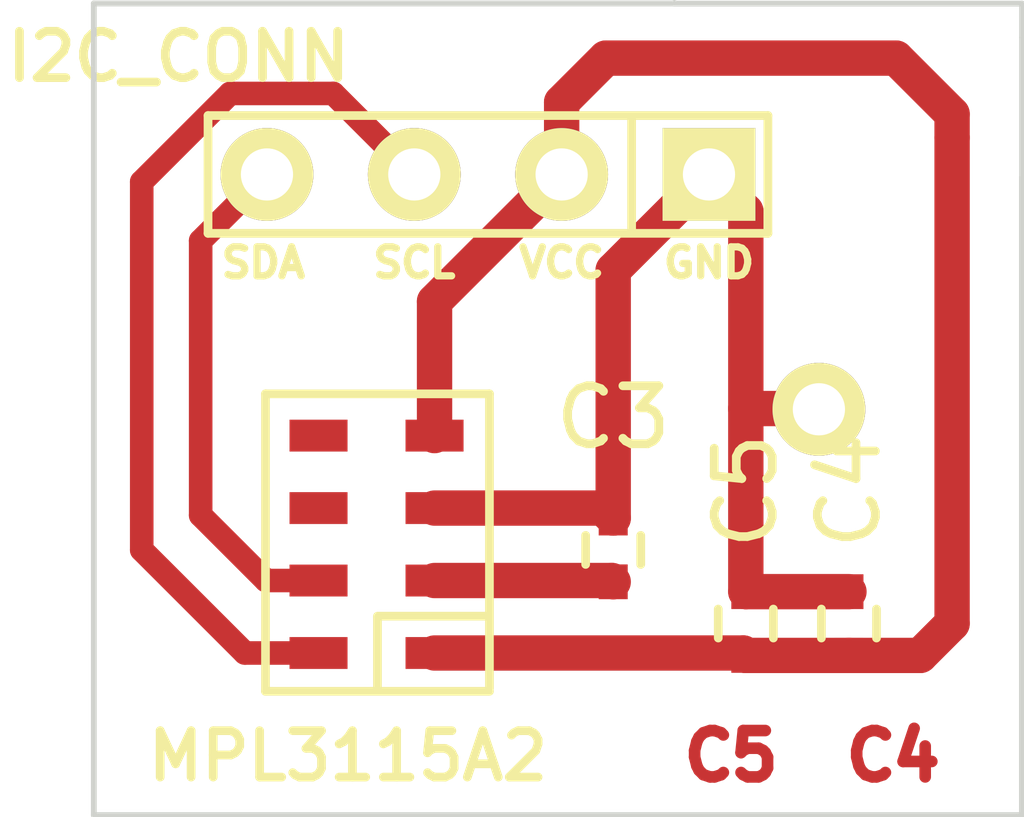
<source format=kicad_pcb>

(kicad_pcb
  (version 4)
  (host pcbnew "(2014-12-04 BZR 5312)-product")
  (general
    (links 12)
    (no_connects 0)
    (area 132.145067 97.1655 152.661115 111.494501)
    (thickness 1.6)
    (drawings 10)
    (tracks 35)
    (zones 0)
    (modules 6)
    (nets 8))
  (page A4)
  (layers
    (0 F.Cu signal)
    (31 B.Cu signal)
    (32 B.Adhes user)
    (33 F.Adhes user)
    (34 B.Paste user)
    (35 F.Paste user)
    (36 B.SilkS user)
    (37 F.SilkS user)
    (38 B.Mask user)
    (39 F.Mask user)
    (40 Dwgs.User user)
    (41 Cmts.User user)
    (42 Eco1.User user)
    (43 Eco2.User user)
    (44 Edge.Cuts user)
    (45 Margin user)
    (46 B.CrtYd user)
    (47 F.CrtYd user)
    (48 B.Fab user)
    (49 F.Fab user))
  (setup
    (last_trace_width 0.6096)
    (user_trace_width 0.4064)
    (user_trace_width 0.508)
    (user_trace_width 0.6096)
    (trace_clearance 0.254)
    (zone_clearance 0.508)
    (zone_45_only no)
    (trace_min 0.254)
    (segment_width 0.2)
    (edge_width 0.1)
    (via_size 0.889)
    (via_drill 0.635)
    (via_min_size 0.889)
    (via_min_drill 0.508)
    (uvia_size 0.508)
    (uvia_drill 0.127)
    (uvias_allowed no)
    (uvia_min_size 0.508)
    (uvia_min_drill 0.127)
    (pcb_text_width 0.3)
    (pcb_text_size 1.5 1.5)
    (mod_edge_width 0.15)
    (mod_text_size 1 1)
    (mod_text_width 0.15)
    (pad_size 1.6 1.6)
    (pad_drill 0.9)
    (pad_to_mask_clearance 0)
    (aux_axis_origin 0 0)
    (visible_elements 7FFFF77F)
    (pcbplotparams
      (layerselection 0x00030_80000001)
      (usegerberextensions false)
      (excludeedgelayer true)
      (linewidth 0.1)
      (plotframeref false)
      (viasonmask false)
      (mode 1)
      (useauxorigin false)
      (hpglpennumber 1)
      (hpglpenspeed 20)
      (hpglpendiameter 15)
      (hpglpenoverlay 2)
      (psnegative false)
      (psa4output false)
      (plotreference true)
      (plotvalue true)
      (plotinvisibletext false)
      (padsonsilk false)
      (subtractmaskfromsilk false)
      (outputformat 1)
      (mirror false)
      (drillshape 1)
      (scaleselection 1)
      (outputdirectory "")))
  (net 0 "")
  (net 1 3V3)
  (net 2 GND)
  (net 3 "Net-(C3-Pad1)")
  (net 4 "Net-(U1-Pad7)")
  (net 5 "Net-(U1-Pad8)")
  (net 6 "Net-(U1-Pad6)")
  (net 7 "Net-(U1-Pad5)")
  (net_class Default "This is the default net class."
    (clearance 0.254)
    (trace_width 0.254)
    (via_dia 0.889)
    (via_drill 0.635)
    (uvia_dia 0.508)
    (uvia_drill 0.127)
    (add_net 3V3)
    (add_net GND)
    (add_net "Net-(C3-Pad1)")
    (add_net "Net-(U1-Pad5)")
    (add_net "Net-(U1-Pad6)")
    (add_net "Net-(U1-Pad7)")
    (add_net "Net-(U1-Pad8)"))
  (module Capacitors_SMD:C_0402
    (layer F.Cu)
    (tedit 55B50F4F)
    (tstamp 55B50A72)
    (at 142.9004 106.8705 90)
    (descr "Capacitor SMD 0402, reflow soldering, AVX (see smccp.pdf)")
    (tags "capacitor 0402")
    (path /55B50086)
    (attr smd)
    (fp_text reference C3
      (at 2.286 0 180)
      (layer F.SilkS)
      (effects
        (font
          (size 1 1)
          (thickness 0.15))))
    (fp_text value 0.1uF
      (at 0 1.7 90)
      (layer F.Fab) hide
      (effects
        (font
          (size 1 1)
          (thickness 0.15))))
    (fp_line
      (start -1.15 -0.6)
      (end 1.15 -0.6)
      (layer F.CrtYd)
      (width 0.05))
    (fp_line
      (start -1.15 0.6)
      (end 1.15 0.6)
      (layer F.CrtYd)
      (width 0.05))
    (fp_line
      (start -1.15 -0.6)
      (end -1.15 0.6)
      (layer F.CrtYd)
      (width 0.05))
    (fp_line
      (start 1.15 -0.6)
      (end 1.15 0.6)
      (layer F.CrtYd)
      (width 0.05))
    (fp_line
      (start 0.25 -0.475)
      (end -0.25 -0.475)
      (layer F.SilkS)
      (width 0.15))
    (fp_line
      (start -0.25 0.475)
      (end 0.25 0.475)
      (layer F.SilkS)
      (width 0.15))
    (pad 1 smd rect
      (at -0.55 0 90)
      (size 0.6 0.5)
      (layers F.Cu F.Paste F.Mask)
      (net 3 "Net-(C3-Pad1)"))
    (pad 2 smd rect
      (at 0.55 0 90)
      (size 0.6 0.5)
      (layers F.Cu F.Paste F.Mask)
      (net 2 GND))
    (model Capacitors_SMD.3dshapes/C_0402.wrl
      (at
        (xyz 0 0 0))
      (scale
        (xyz 1 1 1))
      (rotate
        (xyz 0 0 0))))
  (module Capacitors_SMD:C_0402
    (layer F.Cu)
    (tedit 55B50BCB)
    (tstamp 55B50A78)
    (at 146.9644 108.1405 90)
    (descr "Capacitor SMD 0402, reflow soldering, AVX (see smccp.pdf)")
    (tags "capacitor 0402")
    (path /55B50107)
    (attr smd)
    (fp_text reference C4
      (at 2.286 0 90)
      (layer F.SilkS)
      (effects
        (font
          (size 1 1)
          (thickness 0.15))))
    (fp_text value 10uF
      (at 0 1.7 90)
      (layer F.Fab) hide
      (effects
        (font
          (size 1 1)
          (thickness 0.15))))
    (fp_line
      (start -1.15 -0.6)
      (end 1.15 -0.6)
      (layer F.CrtYd)
      (width 0.05))
    (fp_line
      (start -1.15 0.6)
      (end 1.15 0.6)
      (layer F.CrtYd)
      (width 0.05))
    (fp_line
      (start -1.15 -0.6)
      (end -1.15 0.6)
      (layer F.CrtYd)
      (width 0.05))
    (fp_line
      (start 1.15 -0.6)
      (end 1.15 0.6)
      (layer F.CrtYd)
      (width 0.05))
    (fp_line
      (start 0.25 -0.475)
      (end -0.25 -0.475)
      (layer F.SilkS)
      (width 0.15))
    (fp_line
      (start -0.25 0.475)
      (end 0.25 0.475)
      (layer F.SilkS)
      (width 0.15))
    (pad 1 smd rect
      (at -0.55 0 90)
      (size 0.6 0.5)
      (layers F.Cu F.Paste F.Mask)
      (net 1 3V3))
    (pad 2 smd rect
      (at 0.55 0 90)
      (size 0.6 0.5)
      (layers F.Cu F.Paste F.Mask)
      (net 2 GND))
    (model Capacitors_SMD.3dshapes/C_0402.wrl
      (at
        (xyz 0 0 0))
      (scale
        (xyz 1 1 1))
      (rotate
        (xyz 0 0 0))))
  (module Capacitors_SMD:C_0402
    (layer F.Cu)
    (tedit 55B50BA7)
    (tstamp 55B50A7E)
    (at 145.1864 108.1405 90)
    (descr "Capacitor SMD 0402, reflow soldering, AVX (see smccp.pdf)")
    (tags "capacitor 0402")
    (path /55B50120)
    (attr smd)
    (fp_text reference C5
      (at 2.286 0 90)
      (layer F.SilkS)
      (effects
        (font
          (size 1 1)
          (thickness 0.15))))
    (fp_text value 0.1uF
      (at 0 1.7 90)
      (layer F.Fab) hide
      (effects
        (font
          (size 1 1)
          (thickness 0.15))))
    (fp_line
      (start -1.15 -0.6)
      (end 1.15 -0.6)
      (layer F.CrtYd)
      (width 0.05))
    (fp_line
      (start -1.15 0.6)
      (end 1.15 0.6)
      (layer F.CrtYd)
      (width 0.05))
    (fp_line
      (start -1.15 -0.6)
      (end -1.15 0.6)
      (layer F.CrtYd)
      (width 0.05))
    (fp_line
      (start 1.15 -0.6)
      (end 1.15 0.6)
      (layer F.CrtYd)
      (width 0.05))
    (fp_line
      (start 0.25 -0.475)
      (end -0.25 -0.475)
      (layer F.SilkS)
      (width 0.15))
    (fp_line
      (start -0.25 0.475)
      (end 0.25 0.475)
      (layer F.SilkS)
      (width 0.15))
    (pad 1 smd rect
      (at -0.55 0 90)
      (size 0.6 0.5)
      (layers F.Cu F.Paste F.Mask)
      (net 1 3V3))
    (pad 2 smd rect
      (at 0.55 0 90)
      (size 0.6 0.5)
      (layers F.Cu F.Paste F.Mask)
      (net 2 GND))
    (model Capacitors_SMD.3dshapes/C_0402.wrl
      (at
        (xyz 0 0 0))
      (scale
        (xyz 1 1 1))
      (rotate
        (xyz 0 0 0))))
  (module custom:I2C_CONN
    (layer F.Cu)
    (tedit 55B515CD)
    (tstamp 55B50A86)
    (at 142.0114 100.3935)
    (path /55B506EC)
    (fp_text reference conn1
      (at -1.143 2.9845)
      (layer F.SilkS) hide
      (effects
        (font
          (size 0.8 0.8)
          (thickness 0.15))))
    (fp_text value I2C_CONN
      (at -6.604 -2.032)
      (layer F.SilkS)
      (effects
        (font
          (size 0.8 0.8)
          (thickness 0.15))))
    (fp_text user GND
      (at 2.54 1.524)
      (layer F.SilkS)
      (effects
        (font
          (size 0.5 0.5)
          (thickness 0.125))))
    (fp_text user VCC
      (at 0 1.524)
      (layer F.SilkS)
      (effects
        (font
          (size 0.5 0.5)
          (thickness 0.125))))
    (fp_text user SCL
      (at -2.54 1.524)
      (layer F.SilkS)
      (effects
        (font
          (size 0.5 0.5)
          (thickness 0.125))))
    (fp_text user SDA
      (at -5.1435 1.524)
      (layer F.SilkS)
      (effects
        (font
          (size 0.5 0.5)
          (thickness 0.125))))
    (fp_line
      (start 1.2065 -0.9525)
      (end 1.2065 0.9525)
      (layer F.SilkS)
      (width 0.15))
    (fp_line
      (start 3.556 -1.016)
      (end 3.556 1.016)
      (layer F.SilkS)
      (width 0.15))
    (fp_line
      (start 3.556 1.016)
      (end -6.096 1.016)
      (layer F.SilkS)
      (width 0.15))
    (fp_line
      (start -6.096 1.016)
      (end -6.096 -1.016)
      (layer F.SilkS)
      (width 0.15))
    (fp_line
      (start -6.096 -1.016)
      (end 3.556 -1.016)
      (layer F.SilkS)
      (width 0.15))
    (pad 1 thru_hole circle
      (at -5.08 0)
      (size 1.6 1.6)
      (drill 0.9)
      (layers *.Cu *.Mask F.SilkS)
      (net 4 "Net-(U1-Pad7)"))
    (pad 2 thru_hole circle
      (at -2.54 0)
      (size 1.6 1.6)
      (drill 0.9)
      (layers *.Cu *.Mask F.SilkS)
      (net 5 "Net-(U1-Pad8)"))
    (pad 3 thru_hole circle
      (at 0 0)
      (size 1.6 1.6)
      (drill 0.9)
      (layers *.Cu *.Mask F.SilkS)
      (net 1 3V3))
    (pad 4 thru_hole rect
      (at 2.54 0)
      (size 1.6 1.6)
      (drill 0.9)
      (layers *.Cu *.Mask F.SilkS)
      (net 2 GND)))
  (module custom:MPL3115A2
    (layer F.Cu)
    (tedit 55B50F37)
    (tstamp 55B50AA1)
    (at 137.8204 108.6485 180)
    (path /55B4FCED)
    (fp_text reference U1
      (at -1.0668 6.0452 180)
      (layer F.SilkS) hide
      (effects
        (font
          (size 0.8 0.8)
          (thickness 0.15))))
    (fp_text value MPL3115A2
      (at -0.508 -1.778 180)
      (layer F.SilkS)
      (effects
        (font
          (size 0.8 0.8)
          (thickness 0.15))))
    (fp_line
      (start -1.016 0.635)
      (end -2.921 0.635)
      (layer F.SilkS)
      (width 0.15))
    (fp_line
      (start -1.016 -0.6096)
      (end -1.016 0.6096)
      (layer F.SilkS)
      (width 0.15))
    (fp_line
      (start -2.9464 -0.6096)
      (end -2.9464 4.4704)
      (layer F.SilkS)
      (width 0.15))
    (fp_line
      (start -2.9464 4.4704)
      (end 0.9144 4.4704)
      (layer F.SilkS)
      (width 0.15))
    (fp_line
      (start 0.9144 4.4704)
      (end 0.9144 -0.6604)
      (layer F.SilkS)
      (width 0.15))
    (fp_line
      (start 0.9144 -0.6604)
      (end -2.9464 -0.6604)
      (layer F.SilkS)
      (width 0.15))
    (pad 8 smd rect
      (at 0 0 180)
      (size 1 0.55)
      (layers F.Cu F.Paste F.Mask)
      (net 5 "Net-(U1-Pad8)"))
    (pad 7 smd rect
      (at 0 1.25 180)
      (size 1 0.55)
      (layers F.Cu F.Paste F.Mask)
      (net 4 "Net-(U1-Pad7)"))
    (pad 6 smd rect
      (at 0 2.5 180)
      (size 1 0.55)
      (layers F.Cu F.Paste F.Mask)
      (net 6 "Net-(U1-Pad6)"))
    (pad 5 smd rect
      (at 0 3.75 180)
      (size 1 0.55)
      (layers F.Cu F.Paste F.Mask)
      (net 7 "Net-(U1-Pad5)"))
    (pad 4 smd rect
      (at -2 3.75 180)
      (size 1 0.55)
      (layers F.Cu F.Paste F.Mask)
      (net 1 3V3))
    (pad 3 smd rect
      (at -2 2.5 180)
      (size 1 0.55)
      (layers F.Cu F.Paste F.Mask)
      (net 2 GND))
    (pad 2 smd rect
      (at -2 1.25 180)
      (size 1 0.55)
      (layers F.Cu F.Paste F.Mask)
      (net 3 "Net-(C3-Pad1)"))
    (pad 1 smd rect
      (at -2 0 180)
      (size 1 0.55)
      (layers F.Cu F.Paste F.Mask)
      (net 1 3V3)))
  (module custom:VIA_HOME_ETCH
    (layer F.Cu)
    (tedit 55B5156B)
    (tstamp 55B5154A)
    (at 146.4464 104.4445)
    (fp_text reference VIA_HOME_ETCH
      (at 0.1 5.2)
      (layer F.SilkS) hide
      (effects
        (font
          (size 1 1)
          (thickness 0.15))))
    (fp_text value VAL**
      (at -2.5 -6.1)
      (layer F.SilkS) hide
      (effects
        (font
          (size 1 1)
          (thickness 0.15))))
    (pad 1 thru_hole circle
      (at 0 0)
      (size 1.6 1.6)
      (drill 0.9)
      (layers *.Cu *.Mask F.SilkS)
      (net 2 GND)))
  (gr_line
    (start 143.9545 97.4471)
    (end 143.9545 97.4344)
    (angle 90)
    (layer Edge.Cuts)
    (width 0.1))
  (gr_line
    (start 149.9489 97.4471)
    (end 143.9545 97.4471)
    (angle 90)
    (layer Edge.Cuts)
    (width 0.1))
  (gr_line
    (start 149.9489 98.0313)
    (end 149.9489 97.4471)
    (angle 90)
    (layer Edge.Cuts)
    (width 0.1))
  (gr_line
    (start 149.9489 100.4443)
    (end 149.9489 98.0313)
    (angle 90)
    (layer Edge.Cuts)
    (width 0.1))
  (gr_line
    (start 143.9464 97.4445)
    (end 133.9464 97.4445)
    (angle 90)
    (layer Edge.Cuts)
    (width 0.1))
  (gr_line
    (start 149.9464 111.4445)
    (end 149.9464 100.4445)
    (angle 90)
    (layer Edge.Cuts)
    (width 0.1))
  (gr_line
    (start 133.9464 111.4445)
    (end 149.9464 111.4445)
    (angle 90)
    (layer Edge.Cuts)
    (width 0.1))
  (gr_line
    (start 133.9464 97.4445)
    (end 133.9464 111.4445)
    (angle 90)
    (layer Edge.Cuts)
    (width 0.1))
  (gr_text C5
    (at 144.9324 110.4265)
    (layer F.Cu)
    (effects
      (font
        (size 0.8 0.8)
        (thickness 0.2))))
  (gr_text C4
    (at 147.7264 110.4265)
    (layer F.Cu)
    (effects
      (font
        (size 0.8 0.8)
        (thickness 0.2))))
  (segment
    (start 142.0114 100.3935)
    (end 142.0114 99.1489)
    (width 0.6096)
    (layer F.Cu)
    (net 1))
  (segment
    (start 148.7424 108.1405)
    (end 148.7424 99.7585)
    (width 0.6096)
    (layer F.Cu)
    (net 1))
  (segment
    (start 148.1924 108.6905)
    (end 148.7424 108.1405)
    (width 0.6096)
    (layer F.Cu)
    (net 1))
  (segment
    (start 148.1924 108.6905)
    (end 146.9644 108.6905)
    (width 0.6096)
    (layer F.Cu)
    (net 1))
  (segment
    (start 148.7424 99.3521)
    (end 148.7424 99.7585)
    (width 0.6096)
    (layer F.Cu)
    (net 1)
    (tstamp 55C3FE03))
  (segment
    (start 147.7772 98.3869)
    (end 148.7424 99.3521)
    (width 0.6096)
    (layer F.Cu)
    (net 1)
    (tstamp 55C3FE02))
  (segment
    (start 142.7734 98.3869)
    (end 147.7772 98.3869)
    (width 0.6096)
    (layer F.Cu)
    (net 1)
    (tstamp 55C3FE00))
  (segment
    (start 142.0114 99.1489)
    (end 142.7734 98.3869)
    (width 0.6096)
    (layer F.Cu)
    (net 1)
    (tstamp 55C3FDFF))
  (segment
    (start 145.1864 108.6905)
    (end 146.9644 108.6905)
    (width 0.6096)
    (layer F.Cu)
    (net 1))
  (segment
    (start 139.8204 108.6485)
    (end 145.1444 108.6485)
    (width 0.6096)
    (layer F.Cu)
    (net 1))
  (segment
    (start 145.1444 108.6485)
    (end 145.1864 108.6905)
    (width 0.6096)
    (layer F.Cu)
    (net 1))
  (segment
    (start 139.8204 104.8985)
    (end 139.8204 102.5845)
    (width 0.6096)
    (layer F.Cu)
    (net 1))
  (segment
    (start 139.8204 102.5845)
    (end 142.0114 100.3935)
    (width 0.6096)
    (layer F.Cu)
    (net 1))
  (segment
    (start 145.1864 104.4321)
    (end 145.1864 101.0285)
    (width 0.6096)
    (layer F.Cu)
    (net 2)
    (tstamp 55B5157E))
  (segment
    (start 145.1864 107.5905)
    (end 145.1864 104.4321)
    (width 0.6096)
    (layer F.Cu)
    (net 2))
  (segment
    (start 145.1864 101.0285)
    (end 144.5514 100.3935)
    (width 0.6096)
    (layer F.Cu)
    (net 2))
  (segment
    (start 146.9644 107.5905)
    (end 145.1864 107.5905)
    (width 0.6096)
    (layer F.Cu)
    (net 2))
  (segment
    (start 142.9004 106.3205)
    (end 142.9004 102.0445)
    (width 0.6096)
    (layer F.Cu)
    (net 2))
  (segment
    (start 142.9004 102.0445)
    (end 144.5514 100.3935)
    (width 0.6096)
    (layer F.Cu)
    (net 2))
  (segment
    (start 139.8204 106.1485)
    (end 142.7284 106.1485)
    (width 0.6096)
    (layer F.Cu)
    (net 2))
  (segment
    (start 142.7284 106.1485)
    (end 142.9004 106.3205)
    (width 0.6096)
    (layer F.Cu)
    (net 2))
  (segment
    (start 146.434 104.4321)
    (end 146.4464 104.4445)
    (width 0.6096)
    (layer F.Cu)
    (net 2)
    (tstamp 55B51580))
  (segment
    (start 145.1864 104.4321)
    (end 146.434 104.4321)
    (width 0.6096)
    (layer F.Cu)
    (net 2))
  (segment
    (start 139.8204 107.3985)
    (end 142.8784 107.3985)
    (width 0.6096)
    (layer F.Cu)
    (net 3))
  (segment
    (start 142.8784 107.3985)
    (end 142.9004 107.4205)
    (width 0.6096)
    (layer F.Cu)
    (net 3))
  (segment
    (start 135.7884 106.2729)
    (end 135.7884 101.5365)
    (width 0.4064)
    (layer F.Cu)
    (net 4))
  (segment
    (start 135.7884 101.5365)
    (end 136.9314 100.3935)
    (width 0.4064)
    (layer F.Cu)
    (net 4))
  (segment
    (start 137.8204 107.3985)
    (end 136.914 107.3985)
    (width 0.4064)
    (layer F.Cu)
    (net 4))
  (segment
    (start 136.914 107.3985)
    (end 135.7884 106.2729)
    (width 0.4064)
    (layer F.Cu)
    (net 4))
  (segment
    (start 139.4714 100.3935)
    (end 138.0744 98.9965)
    (width 0.4064)
    (layer F.Cu)
    (net 5))
  (segment
    (start 138.0744 98.9965)
    (end 136.2964 98.9965)
    (width 0.4064)
    (layer F.Cu)
    (net 5))
  (segment
    (start 136.2964 98.9965)
    (end 134.7724 100.5205)
    (width 0.4064)
    (layer F.Cu)
    (net 5))
  (segment
    (start 134.7724 100.5205)
    (end 134.7724 106.8705)
    (width 0.4064)
    (layer F.Cu)
    (net 5))
  (segment
    (start 134.7724 106.8705)
    (end 136.5504 108.6485)
    (width 0.4064)
    (layer F.Cu)
    (net 5))
  (segment
    (start 136.5504 108.6485)
    (end 137.8204 108.6485)
    (width 0.4064)
    (layer F.Cu)
    (net 5)))
</source>
